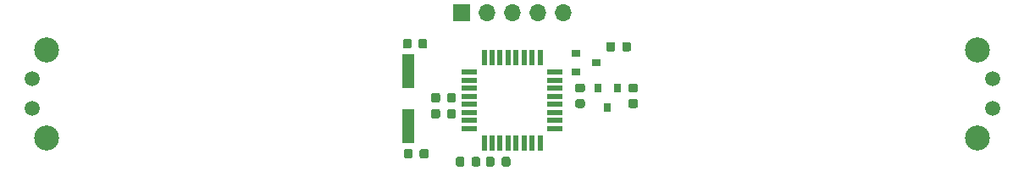
<source format=gbr>
G04 #@! TF.GenerationSoftware,KiCad,Pcbnew,(5.1.2)-2*
G04 #@! TF.CreationDate,2020-02-18T23:36:01-05:00*
G04 #@! TF.ProjectId,_autosave-AddressableLED,5f617574-6f73-4617-9665-2d4164647265,rev?*
G04 #@! TF.SameCoordinates,Original*
G04 #@! TF.FileFunction,Soldermask,Bot*
G04 #@! TF.FilePolarity,Negative*
%FSLAX46Y46*%
G04 Gerber Fmt 4.6, Leading zero omitted, Abs format (unit mm)*
G04 Created by KiCad (PCBNEW (5.1.2)-2) date 2020-02-18 23:36:01*
%MOMM*%
%LPD*%
G04 APERTURE LIST*
%ADD10C,1.500000*%
%ADD11C,2.500000*%
%ADD12C,0.100000*%
%ADD13C,0.875000*%
%ADD14R,0.900000X0.800000*%
%ADD15O,1.700000X1.700000*%
%ADD16R,1.700000X1.700000*%
%ADD17R,1.200000X3.500000*%
%ADD18R,0.550000X1.600000*%
%ADD19R,1.600000X0.550000*%
%ADD20R,0.800000X0.900000*%
G04 APERTURE END LIST*
D10*
X188000000Y-108500000D03*
D11*
X186500000Y-105600000D03*
D10*
X188000000Y-111500000D03*
D11*
X186500000Y-114400000D03*
D10*
X92000000Y-111500000D03*
D11*
X93500000Y-114400000D03*
D10*
X92000000Y-108500000D03*
D11*
X93500000Y-105600000D03*
D12*
G36*
X147077691Y-110551053D02*
G01*
X147098926Y-110554203D01*
X147119750Y-110559419D01*
X147139962Y-110566651D01*
X147159368Y-110575830D01*
X147177781Y-110586866D01*
X147195024Y-110599654D01*
X147210930Y-110614070D01*
X147225346Y-110629976D01*
X147238134Y-110647219D01*
X147249170Y-110665632D01*
X147258349Y-110685038D01*
X147265581Y-110705250D01*
X147270797Y-110726074D01*
X147273947Y-110747309D01*
X147275000Y-110768750D01*
X147275000Y-111206250D01*
X147273947Y-111227691D01*
X147270797Y-111248926D01*
X147265581Y-111269750D01*
X147258349Y-111289962D01*
X147249170Y-111309368D01*
X147238134Y-111327781D01*
X147225346Y-111345024D01*
X147210930Y-111360930D01*
X147195024Y-111375346D01*
X147177781Y-111388134D01*
X147159368Y-111399170D01*
X147139962Y-111408349D01*
X147119750Y-111415581D01*
X147098926Y-111420797D01*
X147077691Y-111423947D01*
X147056250Y-111425000D01*
X146543750Y-111425000D01*
X146522309Y-111423947D01*
X146501074Y-111420797D01*
X146480250Y-111415581D01*
X146460038Y-111408349D01*
X146440632Y-111399170D01*
X146422219Y-111388134D01*
X146404976Y-111375346D01*
X146389070Y-111360930D01*
X146374654Y-111345024D01*
X146361866Y-111327781D01*
X146350830Y-111309368D01*
X146341651Y-111289962D01*
X146334419Y-111269750D01*
X146329203Y-111248926D01*
X146326053Y-111227691D01*
X146325000Y-111206250D01*
X146325000Y-110768750D01*
X146326053Y-110747309D01*
X146329203Y-110726074D01*
X146334419Y-110705250D01*
X146341651Y-110685038D01*
X146350830Y-110665632D01*
X146361866Y-110647219D01*
X146374654Y-110629976D01*
X146389070Y-110614070D01*
X146404976Y-110599654D01*
X146422219Y-110586866D01*
X146440632Y-110575830D01*
X146460038Y-110566651D01*
X146480250Y-110559419D01*
X146501074Y-110554203D01*
X146522309Y-110551053D01*
X146543750Y-110550000D01*
X147056250Y-110550000D01*
X147077691Y-110551053D01*
X147077691Y-110551053D01*
G37*
D13*
X146800000Y-110987500D03*
D12*
G36*
X147077691Y-108976053D02*
G01*
X147098926Y-108979203D01*
X147119750Y-108984419D01*
X147139962Y-108991651D01*
X147159368Y-109000830D01*
X147177781Y-109011866D01*
X147195024Y-109024654D01*
X147210930Y-109039070D01*
X147225346Y-109054976D01*
X147238134Y-109072219D01*
X147249170Y-109090632D01*
X147258349Y-109110038D01*
X147265581Y-109130250D01*
X147270797Y-109151074D01*
X147273947Y-109172309D01*
X147275000Y-109193750D01*
X147275000Y-109631250D01*
X147273947Y-109652691D01*
X147270797Y-109673926D01*
X147265581Y-109694750D01*
X147258349Y-109714962D01*
X147249170Y-109734368D01*
X147238134Y-109752781D01*
X147225346Y-109770024D01*
X147210930Y-109785930D01*
X147195024Y-109800346D01*
X147177781Y-109813134D01*
X147159368Y-109824170D01*
X147139962Y-109833349D01*
X147119750Y-109840581D01*
X147098926Y-109845797D01*
X147077691Y-109848947D01*
X147056250Y-109850000D01*
X146543750Y-109850000D01*
X146522309Y-109848947D01*
X146501074Y-109845797D01*
X146480250Y-109840581D01*
X146460038Y-109833349D01*
X146440632Y-109824170D01*
X146422219Y-109813134D01*
X146404976Y-109800346D01*
X146389070Y-109785930D01*
X146374654Y-109770024D01*
X146361866Y-109752781D01*
X146350830Y-109734368D01*
X146341651Y-109714962D01*
X146334419Y-109694750D01*
X146329203Y-109673926D01*
X146326053Y-109652691D01*
X146325000Y-109631250D01*
X146325000Y-109193750D01*
X146326053Y-109172309D01*
X146329203Y-109151074D01*
X146334419Y-109130250D01*
X146341651Y-109110038D01*
X146350830Y-109090632D01*
X146361866Y-109072219D01*
X146374654Y-109054976D01*
X146389070Y-109039070D01*
X146404976Y-109024654D01*
X146422219Y-109011866D01*
X146440632Y-109000830D01*
X146460038Y-108991651D01*
X146480250Y-108984419D01*
X146501074Y-108979203D01*
X146522309Y-108976053D01*
X146543750Y-108975000D01*
X147056250Y-108975000D01*
X147077691Y-108976053D01*
X147077691Y-108976053D01*
G37*
D13*
X146800000Y-109412500D03*
D14*
X148400000Y-106900000D03*
X146400000Y-105950000D03*
X146400000Y-107850000D03*
D15*
X145110000Y-101900000D03*
X142570000Y-101900000D03*
X140030000Y-101900000D03*
X137490000Y-101900000D03*
D16*
X134950000Y-101900000D03*
D12*
G36*
X139627691Y-116326053D02*
G01*
X139648926Y-116329203D01*
X139669750Y-116334419D01*
X139689962Y-116341651D01*
X139709368Y-116350830D01*
X139727781Y-116361866D01*
X139745024Y-116374654D01*
X139760930Y-116389070D01*
X139775346Y-116404976D01*
X139788134Y-116422219D01*
X139799170Y-116440632D01*
X139808349Y-116460038D01*
X139815581Y-116480250D01*
X139820797Y-116501074D01*
X139823947Y-116522309D01*
X139825000Y-116543750D01*
X139825000Y-117056250D01*
X139823947Y-117077691D01*
X139820797Y-117098926D01*
X139815581Y-117119750D01*
X139808349Y-117139962D01*
X139799170Y-117159368D01*
X139788134Y-117177781D01*
X139775346Y-117195024D01*
X139760930Y-117210930D01*
X139745024Y-117225346D01*
X139727781Y-117238134D01*
X139709368Y-117249170D01*
X139689962Y-117258349D01*
X139669750Y-117265581D01*
X139648926Y-117270797D01*
X139627691Y-117273947D01*
X139606250Y-117275000D01*
X139168750Y-117275000D01*
X139147309Y-117273947D01*
X139126074Y-117270797D01*
X139105250Y-117265581D01*
X139085038Y-117258349D01*
X139065632Y-117249170D01*
X139047219Y-117238134D01*
X139029976Y-117225346D01*
X139014070Y-117210930D01*
X138999654Y-117195024D01*
X138986866Y-117177781D01*
X138975830Y-117159368D01*
X138966651Y-117139962D01*
X138959419Y-117119750D01*
X138954203Y-117098926D01*
X138951053Y-117077691D01*
X138950000Y-117056250D01*
X138950000Y-116543750D01*
X138951053Y-116522309D01*
X138954203Y-116501074D01*
X138959419Y-116480250D01*
X138966651Y-116460038D01*
X138975830Y-116440632D01*
X138986866Y-116422219D01*
X138999654Y-116404976D01*
X139014070Y-116389070D01*
X139029976Y-116374654D01*
X139047219Y-116361866D01*
X139065632Y-116350830D01*
X139085038Y-116341651D01*
X139105250Y-116334419D01*
X139126074Y-116329203D01*
X139147309Y-116326053D01*
X139168750Y-116325000D01*
X139606250Y-116325000D01*
X139627691Y-116326053D01*
X139627691Y-116326053D01*
G37*
D13*
X139387500Y-116800000D03*
D12*
G36*
X138052691Y-116326053D02*
G01*
X138073926Y-116329203D01*
X138094750Y-116334419D01*
X138114962Y-116341651D01*
X138134368Y-116350830D01*
X138152781Y-116361866D01*
X138170024Y-116374654D01*
X138185930Y-116389070D01*
X138200346Y-116404976D01*
X138213134Y-116422219D01*
X138224170Y-116440632D01*
X138233349Y-116460038D01*
X138240581Y-116480250D01*
X138245797Y-116501074D01*
X138248947Y-116522309D01*
X138250000Y-116543750D01*
X138250000Y-117056250D01*
X138248947Y-117077691D01*
X138245797Y-117098926D01*
X138240581Y-117119750D01*
X138233349Y-117139962D01*
X138224170Y-117159368D01*
X138213134Y-117177781D01*
X138200346Y-117195024D01*
X138185930Y-117210930D01*
X138170024Y-117225346D01*
X138152781Y-117238134D01*
X138134368Y-117249170D01*
X138114962Y-117258349D01*
X138094750Y-117265581D01*
X138073926Y-117270797D01*
X138052691Y-117273947D01*
X138031250Y-117275000D01*
X137593750Y-117275000D01*
X137572309Y-117273947D01*
X137551074Y-117270797D01*
X137530250Y-117265581D01*
X137510038Y-117258349D01*
X137490632Y-117249170D01*
X137472219Y-117238134D01*
X137454976Y-117225346D01*
X137439070Y-117210930D01*
X137424654Y-117195024D01*
X137411866Y-117177781D01*
X137400830Y-117159368D01*
X137391651Y-117139962D01*
X137384419Y-117119750D01*
X137379203Y-117098926D01*
X137376053Y-117077691D01*
X137375000Y-117056250D01*
X137375000Y-116543750D01*
X137376053Y-116522309D01*
X137379203Y-116501074D01*
X137384419Y-116480250D01*
X137391651Y-116460038D01*
X137400830Y-116440632D01*
X137411866Y-116422219D01*
X137424654Y-116404976D01*
X137439070Y-116389070D01*
X137454976Y-116374654D01*
X137472219Y-116361866D01*
X137490632Y-116350830D01*
X137510038Y-116341651D01*
X137530250Y-116334419D01*
X137551074Y-116329203D01*
X137572309Y-116326053D01*
X137593750Y-116325000D01*
X138031250Y-116325000D01*
X138052691Y-116326053D01*
X138052691Y-116326053D01*
G37*
D13*
X137812500Y-116800000D03*
D12*
G36*
X129752691Y-104526053D02*
G01*
X129773926Y-104529203D01*
X129794750Y-104534419D01*
X129814962Y-104541651D01*
X129834368Y-104550830D01*
X129852781Y-104561866D01*
X129870024Y-104574654D01*
X129885930Y-104589070D01*
X129900346Y-104604976D01*
X129913134Y-104622219D01*
X129924170Y-104640632D01*
X129933349Y-104660038D01*
X129940581Y-104680250D01*
X129945797Y-104701074D01*
X129948947Y-104722309D01*
X129950000Y-104743750D01*
X129950000Y-105256250D01*
X129948947Y-105277691D01*
X129945797Y-105298926D01*
X129940581Y-105319750D01*
X129933349Y-105339962D01*
X129924170Y-105359368D01*
X129913134Y-105377781D01*
X129900346Y-105395024D01*
X129885930Y-105410930D01*
X129870024Y-105425346D01*
X129852781Y-105438134D01*
X129834368Y-105449170D01*
X129814962Y-105458349D01*
X129794750Y-105465581D01*
X129773926Y-105470797D01*
X129752691Y-105473947D01*
X129731250Y-105475000D01*
X129293750Y-105475000D01*
X129272309Y-105473947D01*
X129251074Y-105470797D01*
X129230250Y-105465581D01*
X129210038Y-105458349D01*
X129190632Y-105449170D01*
X129172219Y-105438134D01*
X129154976Y-105425346D01*
X129139070Y-105410930D01*
X129124654Y-105395024D01*
X129111866Y-105377781D01*
X129100830Y-105359368D01*
X129091651Y-105339962D01*
X129084419Y-105319750D01*
X129079203Y-105298926D01*
X129076053Y-105277691D01*
X129075000Y-105256250D01*
X129075000Y-104743750D01*
X129076053Y-104722309D01*
X129079203Y-104701074D01*
X129084419Y-104680250D01*
X129091651Y-104660038D01*
X129100830Y-104640632D01*
X129111866Y-104622219D01*
X129124654Y-104604976D01*
X129139070Y-104589070D01*
X129154976Y-104574654D01*
X129172219Y-104561866D01*
X129190632Y-104550830D01*
X129210038Y-104541651D01*
X129230250Y-104534419D01*
X129251074Y-104529203D01*
X129272309Y-104526053D01*
X129293750Y-104525000D01*
X129731250Y-104525000D01*
X129752691Y-104526053D01*
X129752691Y-104526053D01*
G37*
D13*
X129512500Y-105000000D03*
D12*
G36*
X131327691Y-104526053D02*
G01*
X131348926Y-104529203D01*
X131369750Y-104534419D01*
X131389962Y-104541651D01*
X131409368Y-104550830D01*
X131427781Y-104561866D01*
X131445024Y-104574654D01*
X131460930Y-104589070D01*
X131475346Y-104604976D01*
X131488134Y-104622219D01*
X131499170Y-104640632D01*
X131508349Y-104660038D01*
X131515581Y-104680250D01*
X131520797Y-104701074D01*
X131523947Y-104722309D01*
X131525000Y-104743750D01*
X131525000Y-105256250D01*
X131523947Y-105277691D01*
X131520797Y-105298926D01*
X131515581Y-105319750D01*
X131508349Y-105339962D01*
X131499170Y-105359368D01*
X131488134Y-105377781D01*
X131475346Y-105395024D01*
X131460930Y-105410930D01*
X131445024Y-105425346D01*
X131427781Y-105438134D01*
X131409368Y-105449170D01*
X131389962Y-105458349D01*
X131369750Y-105465581D01*
X131348926Y-105470797D01*
X131327691Y-105473947D01*
X131306250Y-105475000D01*
X130868750Y-105475000D01*
X130847309Y-105473947D01*
X130826074Y-105470797D01*
X130805250Y-105465581D01*
X130785038Y-105458349D01*
X130765632Y-105449170D01*
X130747219Y-105438134D01*
X130729976Y-105425346D01*
X130714070Y-105410930D01*
X130699654Y-105395024D01*
X130686866Y-105377781D01*
X130675830Y-105359368D01*
X130666651Y-105339962D01*
X130659419Y-105319750D01*
X130654203Y-105298926D01*
X130651053Y-105277691D01*
X130650000Y-105256250D01*
X130650000Y-104743750D01*
X130651053Y-104722309D01*
X130654203Y-104701074D01*
X130659419Y-104680250D01*
X130666651Y-104660038D01*
X130675830Y-104640632D01*
X130686866Y-104622219D01*
X130699654Y-104604976D01*
X130714070Y-104589070D01*
X130729976Y-104574654D01*
X130747219Y-104561866D01*
X130765632Y-104550830D01*
X130785038Y-104541651D01*
X130805250Y-104534419D01*
X130826074Y-104529203D01*
X130847309Y-104526053D01*
X130868750Y-104525000D01*
X131306250Y-104525000D01*
X131327691Y-104526053D01*
X131327691Y-104526053D01*
G37*
D13*
X131087500Y-105000000D03*
D12*
G36*
X129865191Y-115526053D02*
G01*
X129886426Y-115529203D01*
X129907250Y-115534419D01*
X129927462Y-115541651D01*
X129946868Y-115550830D01*
X129965281Y-115561866D01*
X129982524Y-115574654D01*
X129998430Y-115589070D01*
X130012846Y-115604976D01*
X130025634Y-115622219D01*
X130036670Y-115640632D01*
X130045849Y-115660038D01*
X130053081Y-115680250D01*
X130058297Y-115701074D01*
X130061447Y-115722309D01*
X130062500Y-115743750D01*
X130062500Y-116256250D01*
X130061447Y-116277691D01*
X130058297Y-116298926D01*
X130053081Y-116319750D01*
X130045849Y-116339962D01*
X130036670Y-116359368D01*
X130025634Y-116377781D01*
X130012846Y-116395024D01*
X129998430Y-116410930D01*
X129982524Y-116425346D01*
X129965281Y-116438134D01*
X129946868Y-116449170D01*
X129927462Y-116458349D01*
X129907250Y-116465581D01*
X129886426Y-116470797D01*
X129865191Y-116473947D01*
X129843750Y-116475000D01*
X129406250Y-116475000D01*
X129384809Y-116473947D01*
X129363574Y-116470797D01*
X129342750Y-116465581D01*
X129322538Y-116458349D01*
X129303132Y-116449170D01*
X129284719Y-116438134D01*
X129267476Y-116425346D01*
X129251570Y-116410930D01*
X129237154Y-116395024D01*
X129224366Y-116377781D01*
X129213330Y-116359368D01*
X129204151Y-116339962D01*
X129196919Y-116319750D01*
X129191703Y-116298926D01*
X129188553Y-116277691D01*
X129187500Y-116256250D01*
X129187500Y-115743750D01*
X129188553Y-115722309D01*
X129191703Y-115701074D01*
X129196919Y-115680250D01*
X129204151Y-115660038D01*
X129213330Y-115640632D01*
X129224366Y-115622219D01*
X129237154Y-115604976D01*
X129251570Y-115589070D01*
X129267476Y-115574654D01*
X129284719Y-115561866D01*
X129303132Y-115550830D01*
X129322538Y-115541651D01*
X129342750Y-115534419D01*
X129363574Y-115529203D01*
X129384809Y-115526053D01*
X129406250Y-115525000D01*
X129843750Y-115525000D01*
X129865191Y-115526053D01*
X129865191Y-115526053D01*
G37*
D13*
X129625000Y-116000000D03*
D12*
G36*
X131440191Y-115526053D02*
G01*
X131461426Y-115529203D01*
X131482250Y-115534419D01*
X131502462Y-115541651D01*
X131521868Y-115550830D01*
X131540281Y-115561866D01*
X131557524Y-115574654D01*
X131573430Y-115589070D01*
X131587846Y-115604976D01*
X131600634Y-115622219D01*
X131611670Y-115640632D01*
X131620849Y-115660038D01*
X131628081Y-115680250D01*
X131633297Y-115701074D01*
X131636447Y-115722309D01*
X131637500Y-115743750D01*
X131637500Y-116256250D01*
X131636447Y-116277691D01*
X131633297Y-116298926D01*
X131628081Y-116319750D01*
X131620849Y-116339962D01*
X131611670Y-116359368D01*
X131600634Y-116377781D01*
X131587846Y-116395024D01*
X131573430Y-116410930D01*
X131557524Y-116425346D01*
X131540281Y-116438134D01*
X131521868Y-116449170D01*
X131502462Y-116458349D01*
X131482250Y-116465581D01*
X131461426Y-116470797D01*
X131440191Y-116473947D01*
X131418750Y-116475000D01*
X130981250Y-116475000D01*
X130959809Y-116473947D01*
X130938574Y-116470797D01*
X130917750Y-116465581D01*
X130897538Y-116458349D01*
X130878132Y-116449170D01*
X130859719Y-116438134D01*
X130842476Y-116425346D01*
X130826570Y-116410930D01*
X130812154Y-116395024D01*
X130799366Y-116377781D01*
X130788330Y-116359368D01*
X130779151Y-116339962D01*
X130771919Y-116319750D01*
X130766703Y-116298926D01*
X130763553Y-116277691D01*
X130762500Y-116256250D01*
X130762500Y-115743750D01*
X130763553Y-115722309D01*
X130766703Y-115701074D01*
X130771919Y-115680250D01*
X130779151Y-115660038D01*
X130788330Y-115640632D01*
X130799366Y-115622219D01*
X130812154Y-115604976D01*
X130826570Y-115589070D01*
X130842476Y-115574654D01*
X130859719Y-115561866D01*
X130878132Y-115550830D01*
X130897538Y-115541651D01*
X130917750Y-115534419D01*
X130938574Y-115529203D01*
X130959809Y-115526053D01*
X130981250Y-115525000D01*
X131418750Y-115525000D01*
X131440191Y-115526053D01*
X131440191Y-115526053D01*
G37*
D13*
X131200000Y-116000000D03*
D12*
G36*
X132602691Y-109926053D02*
G01*
X132623926Y-109929203D01*
X132644750Y-109934419D01*
X132664962Y-109941651D01*
X132684368Y-109950830D01*
X132702781Y-109961866D01*
X132720024Y-109974654D01*
X132735930Y-109989070D01*
X132750346Y-110004976D01*
X132763134Y-110022219D01*
X132774170Y-110040632D01*
X132783349Y-110060038D01*
X132790581Y-110080250D01*
X132795797Y-110101074D01*
X132798947Y-110122309D01*
X132800000Y-110143750D01*
X132800000Y-110656250D01*
X132798947Y-110677691D01*
X132795797Y-110698926D01*
X132790581Y-110719750D01*
X132783349Y-110739962D01*
X132774170Y-110759368D01*
X132763134Y-110777781D01*
X132750346Y-110795024D01*
X132735930Y-110810930D01*
X132720024Y-110825346D01*
X132702781Y-110838134D01*
X132684368Y-110849170D01*
X132664962Y-110858349D01*
X132644750Y-110865581D01*
X132623926Y-110870797D01*
X132602691Y-110873947D01*
X132581250Y-110875000D01*
X132143750Y-110875000D01*
X132122309Y-110873947D01*
X132101074Y-110870797D01*
X132080250Y-110865581D01*
X132060038Y-110858349D01*
X132040632Y-110849170D01*
X132022219Y-110838134D01*
X132004976Y-110825346D01*
X131989070Y-110810930D01*
X131974654Y-110795024D01*
X131961866Y-110777781D01*
X131950830Y-110759368D01*
X131941651Y-110739962D01*
X131934419Y-110719750D01*
X131929203Y-110698926D01*
X131926053Y-110677691D01*
X131925000Y-110656250D01*
X131925000Y-110143750D01*
X131926053Y-110122309D01*
X131929203Y-110101074D01*
X131934419Y-110080250D01*
X131941651Y-110060038D01*
X131950830Y-110040632D01*
X131961866Y-110022219D01*
X131974654Y-110004976D01*
X131989070Y-109989070D01*
X132004976Y-109974654D01*
X132022219Y-109961866D01*
X132040632Y-109950830D01*
X132060038Y-109941651D01*
X132080250Y-109934419D01*
X132101074Y-109929203D01*
X132122309Y-109926053D01*
X132143750Y-109925000D01*
X132581250Y-109925000D01*
X132602691Y-109926053D01*
X132602691Y-109926053D01*
G37*
D13*
X132362500Y-110400000D03*
D12*
G36*
X134177691Y-109926053D02*
G01*
X134198926Y-109929203D01*
X134219750Y-109934419D01*
X134239962Y-109941651D01*
X134259368Y-109950830D01*
X134277781Y-109961866D01*
X134295024Y-109974654D01*
X134310930Y-109989070D01*
X134325346Y-110004976D01*
X134338134Y-110022219D01*
X134349170Y-110040632D01*
X134358349Y-110060038D01*
X134365581Y-110080250D01*
X134370797Y-110101074D01*
X134373947Y-110122309D01*
X134375000Y-110143750D01*
X134375000Y-110656250D01*
X134373947Y-110677691D01*
X134370797Y-110698926D01*
X134365581Y-110719750D01*
X134358349Y-110739962D01*
X134349170Y-110759368D01*
X134338134Y-110777781D01*
X134325346Y-110795024D01*
X134310930Y-110810930D01*
X134295024Y-110825346D01*
X134277781Y-110838134D01*
X134259368Y-110849170D01*
X134239962Y-110858349D01*
X134219750Y-110865581D01*
X134198926Y-110870797D01*
X134177691Y-110873947D01*
X134156250Y-110875000D01*
X133718750Y-110875000D01*
X133697309Y-110873947D01*
X133676074Y-110870797D01*
X133655250Y-110865581D01*
X133635038Y-110858349D01*
X133615632Y-110849170D01*
X133597219Y-110838134D01*
X133579976Y-110825346D01*
X133564070Y-110810930D01*
X133549654Y-110795024D01*
X133536866Y-110777781D01*
X133525830Y-110759368D01*
X133516651Y-110739962D01*
X133509419Y-110719750D01*
X133504203Y-110698926D01*
X133501053Y-110677691D01*
X133500000Y-110656250D01*
X133500000Y-110143750D01*
X133501053Y-110122309D01*
X133504203Y-110101074D01*
X133509419Y-110080250D01*
X133516651Y-110060038D01*
X133525830Y-110040632D01*
X133536866Y-110022219D01*
X133549654Y-110004976D01*
X133564070Y-109989070D01*
X133579976Y-109974654D01*
X133597219Y-109961866D01*
X133615632Y-109950830D01*
X133635038Y-109941651D01*
X133655250Y-109934419D01*
X133676074Y-109929203D01*
X133697309Y-109926053D01*
X133718750Y-109925000D01*
X134156250Y-109925000D01*
X134177691Y-109926053D01*
X134177691Y-109926053D01*
G37*
D13*
X133937500Y-110400000D03*
D12*
G36*
X132602691Y-111526053D02*
G01*
X132623926Y-111529203D01*
X132644750Y-111534419D01*
X132664962Y-111541651D01*
X132684368Y-111550830D01*
X132702781Y-111561866D01*
X132720024Y-111574654D01*
X132735930Y-111589070D01*
X132750346Y-111604976D01*
X132763134Y-111622219D01*
X132774170Y-111640632D01*
X132783349Y-111660038D01*
X132790581Y-111680250D01*
X132795797Y-111701074D01*
X132798947Y-111722309D01*
X132800000Y-111743750D01*
X132800000Y-112256250D01*
X132798947Y-112277691D01*
X132795797Y-112298926D01*
X132790581Y-112319750D01*
X132783349Y-112339962D01*
X132774170Y-112359368D01*
X132763134Y-112377781D01*
X132750346Y-112395024D01*
X132735930Y-112410930D01*
X132720024Y-112425346D01*
X132702781Y-112438134D01*
X132684368Y-112449170D01*
X132664962Y-112458349D01*
X132644750Y-112465581D01*
X132623926Y-112470797D01*
X132602691Y-112473947D01*
X132581250Y-112475000D01*
X132143750Y-112475000D01*
X132122309Y-112473947D01*
X132101074Y-112470797D01*
X132080250Y-112465581D01*
X132060038Y-112458349D01*
X132040632Y-112449170D01*
X132022219Y-112438134D01*
X132004976Y-112425346D01*
X131989070Y-112410930D01*
X131974654Y-112395024D01*
X131961866Y-112377781D01*
X131950830Y-112359368D01*
X131941651Y-112339962D01*
X131934419Y-112319750D01*
X131929203Y-112298926D01*
X131926053Y-112277691D01*
X131925000Y-112256250D01*
X131925000Y-111743750D01*
X131926053Y-111722309D01*
X131929203Y-111701074D01*
X131934419Y-111680250D01*
X131941651Y-111660038D01*
X131950830Y-111640632D01*
X131961866Y-111622219D01*
X131974654Y-111604976D01*
X131989070Y-111589070D01*
X132004976Y-111574654D01*
X132022219Y-111561866D01*
X132040632Y-111550830D01*
X132060038Y-111541651D01*
X132080250Y-111534419D01*
X132101074Y-111529203D01*
X132122309Y-111526053D01*
X132143750Y-111525000D01*
X132581250Y-111525000D01*
X132602691Y-111526053D01*
X132602691Y-111526053D01*
G37*
D13*
X132362500Y-112000000D03*
D12*
G36*
X134177691Y-111526053D02*
G01*
X134198926Y-111529203D01*
X134219750Y-111534419D01*
X134239962Y-111541651D01*
X134259368Y-111550830D01*
X134277781Y-111561866D01*
X134295024Y-111574654D01*
X134310930Y-111589070D01*
X134325346Y-111604976D01*
X134338134Y-111622219D01*
X134349170Y-111640632D01*
X134358349Y-111660038D01*
X134365581Y-111680250D01*
X134370797Y-111701074D01*
X134373947Y-111722309D01*
X134375000Y-111743750D01*
X134375000Y-112256250D01*
X134373947Y-112277691D01*
X134370797Y-112298926D01*
X134365581Y-112319750D01*
X134358349Y-112339962D01*
X134349170Y-112359368D01*
X134338134Y-112377781D01*
X134325346Y-112395024D01*
X134310930Y-112410930D01*
X134295024Y-112425346D01*
X134277781Y-112438134D01*
X134259368Y-112449170D01*
X134239962Y-112458349D01*
X134219750Y-112465581D01*
X134198926Y-112470797D01*
X134177691Y-112473947D01*
X134156250Y-112475000D01*
X133718750Y-112475000D01*
X133697309Y-112473947D01*
X133676074Y-112470797D01*
X133655250Y-112465581D01*
X133635038Y-112458349D01*
X133615632Y-112449170D01*
X133597219Y-112438134D01*
X133579976Y-112425346D01*
X133564070Y-112410930D01*
X133549654Y-112395024D01*
X133536866Y-112377781D01*
X133525830Y-112359368D01*
X133516651Y-112339962D01*
X133509419Y-112319750D01*
X133504203Y-112298926D01*
X133501053Y-112277691D01*
X133500000Y-112256250D01*
X133500000Y-111743750D01*
X133501053Y-111722309D01*
X133504203Y-111701074D01*
X133509419Y-111680250D01*
X133516651Y-111660038D01*
X133525830Y-111640632D01*
X133536866Y-111622219D01*
X133549654Y-111604976D01*
X133564070Y-111589070D01*
X133579976Y-111574654D01*
X133597219Y-111561866D01*
X133615632Y-111550830D01*
X133635038Y-111541651D01*
X133655250Y-111534419D01*
X133676074Y-111529203D01*
X133697309Y-111526053D01*
X133718750Y-111525000D01*
X134156250Y-111525000D01*
X134177691Y-111526053D01*
X134177691Y-111526053D01*
G37*
D13*
X133937500Y-112000000D03*
D12*
G36*
X136627691Y-116326053D02*
G01*
X136648926Y-116329203D01*
X136669750Y-116334419D01*
X136689962Y-116341651D01*
X136709368Y-116350830D01*
X136727781Y-116361866D01*
X136745024Y-116374654D01*
X136760930Y-116389070D01*
X136775346Y-116404976D01*
X136788134Y-116422219D01*
X136799170Y-116440632D01*
X136808349Y-116460038D01*
X136815581Y-116480250D01*
X136820797Y-116501074D01*
X136823947Y-116522309D01*
X136825000Y-116543750D01*
X136825000Y-117056250D01*
X136823947Y-117077691D01*
X136820797Y-117098926D01*
X136815581Y-117119750D01*
X136808349Y-117139962D01*
X136799170Y-117159368D01*
X136788134Y-117177781D01*
X136775346Y-117195024D01*
X136760930Y-117210930D01*
X136745024Y-117225346D01*
X136727781Y-117238134D01*
X136709368Y-117249170D01*
X136689962Y-117258349D01*
X136669750Y-117265581D01*
X136648926Y-117270797D01*
X136627691Y-117273947D01*
X136606250Y-117275000D01*
X136168750Y-117275000D01*
X136147309Y-117273947D01*
X136126074Y-117270797D01*
X136105250Y-117265581D01*
X136085038Y-117258349D01*
X136065632Y-117249170D01*
X136047219Y-117238134D01*
X136029976Y-117225346D01*
X136014070Y-117210930D01*
X135999654Y-117195024D01*
X135986866Y-117177781D01*
X135975830Y-117159368D01*
X135966651Y-117139962D01*
X135959419Y-117119750D01*
X135954203Y-117098926D01*
X135951053Y-117077691D01*
X135950000Y-117056250D01*
X135950000Y-116543750D01*
X135951053Y-116522309D01*
X135954203Y-116501074D01*
X135959419Y-116480250D01*
X135966651Y-116460038D01*
X135975830Y-116440632D01*
X135986866Y-116422219D01*
X135999654Y-116404976D01*
X136014070Y-116389070D01*
X136029976Y-116374654D01*
X136047219Y-116361866D01*
X136065632Y-116350830D01*
X136085038Y-116341651D01*
X136105250Y-116334419D01*
X136126074Y-116329203D01*
X136147309Y-116326053D01*
X136168750Y-116325000D01*
X136606250Y-116325000D01*
X136627691Y-116326053D01*
X136627691Y-116326053D01*
G37*
D13*
X136387500Y-116800000D03*
D12*
G36*
X135052691Y-116326053D02*
G01*
X135073926Y-116329203D01*
X135094750Y-116334419D01*
X135114962Y-116341651D01*
X135134368Y-116350830D01*
X135152781Y-116361866D01*
X135170024Y-116374654D01*
X135185930Y-116389070D01*
X135200346Y-116404976D01*
X135213134Y-116422219D01*
X135224170Y-116440632D01*
X135233349Y-116460038D01*
X135240581Y-116480250D01*
X135245797Y-116501074D01*
X135248947Y-116522309D01*
X135250000Y-116543750D01*
X135250000Y-117056250D01*
X135248947Y-117077691D01*
X135245797Y-117098926D01*
X135240581Y-117119750D01*
X135233349Y-117139962D01*
X135224170Y-117159368D01*
X135213134Y-117177781D01*
X135200346Y-117195024D01*
X135185930Y-117210930D01*
X135170024Y-117225346D01*
X135152781Y-117238134D01*
X135134368Y-117249170D01*
X135114962Y-117258349D01*
X135094750Y-117265581D01*
X135073926Y-117270797D01*
X135052691Y-117273947D01*
X135031250Y-117275000D01*
X134593750Y-117275000D01*
X134572309Y-117273947D01*
X134551074Y-117270797D01*
X134530250Y-117265581D01*
X134510038Y-117258349D01*
X134490632Y-117249170D01*
X134472219Y-117238134D01*
X134454976Y-117225346D01*
X134439070Y-117210930D01*
X134424654Y-117195024D01*
X134411866Y-117177781D01*
X134400830Y-117159368D01*
X134391651Y-117139962D01*
X134384419Y-117119750D01*
X134379203Y-117098926D01*
X134376053Y-117077691D01*
X134375000Y-117056250D01*
X134375000Y-116543750D01*
X134376053Y-116522309D01*
X134379203Y-116501074D01*
X134384419Y-116480250D01*
X134391651Y-116460038D01*
X134400830Y-116440632D01*
X134411866Y-116422219D01*
X134424654Y-116404976D01*
X134439070Y-116389070D01*
X134454976Y-116374654D01*
X134472219Y-116361866D01*
X134490632Y-116350830D01*
X134510038Y-116341651D01*
X134530250Y-116334419D01*
X134551074Y-116329203D01*
X134572309Y-116326053D01*
X134593750Y-116325000D01*
X135031250Y-116325000D01*
X135052691Y-116326053D01*
X135052691Y-116326053D01*
G37*
D13*
X134812500Y-116800000D03*
D17*
X129600000Y-107750000D03*
X129600000Y-113250000D03*
D18*
X137200000Y-114918000D03*
X138000000Y-114918000D03*
X138800000Y-114918000D03*
X139600000Y-114918000D03*
X140400000Y-114918000D03*
X141200000Y-114918000D03*
X142000000Y-114918000D03*
X142800000Y-114918000D03*
D19*
X144250000Y-113468000D03*
X144250000Y-112668000D03*
X144250000Y-111868000D03*
X144250000Y-111068000D03*
X144250000Y-110268000D03*
X144250000Y-109468000D03*
X144250000Y-108668000D03*
X144250000Y-107868000D03*
D18*
X142800000Y-106418000D03*
X142000000Y-106418000D03*
X141200000Y-106418000D03*
X140400000Y-106418000D03*
X139600000Y-106418000D03*
X138800000Y-106418000D03*
X138000000Y-106418000D03*
X137200000Y-106418000D03*
D19*
X135750000Y-107868000D03*
X135750000Y-108668000D03*
X135750000Y-109468000D03*
X135750000Y-110268000D03*
X135750000Y-111068000D03*
X135750000Y-111868000D03*
X135750000Y-112668000D03*
X135750000Y-113468000D03*
D20*
X149550000Y-111400000D03*
X150500000Y-109400000D03*
X148600000Y-109400000D03*
D12*
G36*
X151677691Y-104826053D02*
G01*
X151698926Y-104829203D01*
X151719750Y-104834419D01*
X151739962Y-104841651D01*
X151759368Y-104850830D01*
X151777781Y-104861866D01*
X151795024Y-104874654D01*
X151810930Y-104889070D01*
X151825346Y-104904976D01*
X151838134Y-104922219D01*
X151849170Y-104940632D01*
X151858349Y-104960038D01*
X151865581Y-104980250D01*
X151870797Y-105001074D01*
X151873947Y-105022309D01*
X151875000Y-105043750D01*
X151875000Y-105556250D01*
X151873947Y-105577691D01*
X151870797Y-105598926D01*
X151865581Y-105619750D01*
X151858349Y-105639962D01*
X151849170Y-105659368D01*
X151838134Y-105677781D01*
X151825346Y-105695024D01*
X151810930Y-105710930D01*
X151795024Y-105725346D01*
X151777781Y-105738134D01*
X151759368Y-105749170D01*
X151739962Y-105758349D01*
X151719750Y-105765581D01*
X151698926Y-105770797D01*
X151677691Y-105773947D01*
X151656250Y-105775000D01*
X151218750Y-105775000D01*
X151197309Y-105773947D01*
X151176074Y-105770797D01*
X151155250Y-105765581D01*
X151135038Y-105758349D01*
X151115632Y-105749170D01*
X151097219Y-105738134D01*
X151079976Y-105725346D01*
X151064070Y-105710930D01*
X151049654Y-105695024D01*
X151036866Y-105677781D01*
X151025830Y-105659368D01*
X151016651Y-105639962D01*
X151009419Y-105619750D01*
X151004203Y-105598926D01*
X151001053Y-105577691D01*
X151000000Y-105556250D01*
X151000000Y-105043750D01*
X151001053Y-105022309D01*
X151004203Y-105001074D01*
X151009419Y-104980250D01*
X151016651Y-104960038D01*
X151025830Y-104940632D01*
X151036866Y-104922219D01*
X151049654Y-104904976D01*
X151064070Y-104889070D01*
X151079976Y-104874654D01*
X151097219Y-104861866D01*
X151115632Y-104850830D01*
X151135038Y-104841651D01*
X151155250Y-104834419D01*
X151176074Y-104829203D01*
X151197309Y-104826053D01*
X151218750Y-104825000D01*
X151656250Y-104825000D01*
X151677691Y-104826053D01*
X151677691Y-104826053D01*
G37*
D13*
X151437500Y-105300000D03*
D12*
G36*
X150102691Y-104826053D02*
G01*
X150123926Y-104829203D01*
X150144750Y-104834419D01*
X150164962Y-104841651D01*
X150184368Y-104850830D01*
X150202781Y-104861866D01*
X150220024Y-104874654D01*
X150235930Y-104889070D01*
X150250346Y-104904976D01*
X150263134Y-104922219D01*
X150274170Y-104940632D01*
X150283349Y-104960038D01*
X150290581Y-104980250D01*
X150295797Y-105001074D01*
X150298947Y-105022309D01*
X150300000Y-105043750D01*
X150300000Y-105556250D01*
X150298947Y-105577691D01*
X150295797Y-105598926D01*
X150290581Y-105619750D01*
X150283349Y-105639962D01*
X150274170Y-105659368D01*
X150263134Y-105677781D01*
X150250346Y-105695024D01*
X150235930Y-105710930D01*
X150220024Y-105725346D01*
X150202781Y-105738134D01*
X150184368Y-105749170D01*
X150164962Y-105758349D01*
X150144750Y-105765581D01*
X150123926Y-105770797D01*
X150102691Y-105773947D01*
X150081250Y-105775000D01*
X149643750Y-105775000D01*
X149622309Y-105773947D01*
X149601074Y-105770797D01*
X149580250Y-105765581D01*
X149560038Y-105758349D01*
X149540632Y-105749170D01*
X149522219Y-105738134D01*
X149504976Y-105725346D01*
X149489070Y-105710930D01*
X149474654Y-105695024D01*
X149461866Y-105677781D01*
X149450830Y-105659368D01*
X149441651Y-105639962D01*
X149434419Y-105619750D01*
X149429203Y-105598926D01*
X149426053Y-105577691D01*
X149425000Y-105556250D01*
X149425000Y-105043750D01*
X149426053Y-105022309D01*
X149429203Y-105001074D01*
X149434419Y-104980250D01*
X149441651Y-104960038D01*
X149450830Y-104940632D01*
X149461866Y-104922219D01*
X149474654Y-104904976D01*
X149489070Y-104889070D01*
X149504976Y-104874654D01*
X149522219Y-104861866D01*
X149540632Y-104850830D01*
X149560038Y-104841651D01*
X149580250Y-104834419D01*
X149601074Y-104829203D01*
X149622309Y-104826053D01*
X149643750Y-104825000D01*
X150081250Y-104825000D01*
X150102691Y-104826053D01*
X150102691Y-104826053D01*
G37*
D13*
X149862500Y-105300000D03*
D12*
G36*
X152377691Y-110551053D02*
G01*
X152398926Y-110554203D01*
X152419750Y-110559419D01*
X152439962Y-110566651D01*
X152459368Y-110575830D01*
X152477781Y-110586866D01*
X152495024Y-110599654D01*
X152510930Y-110614070D01*
X152525346Y-110629976D01*
X152538134Y-110647219D01*
X152549170Y-110665632D01*
X152558349Y-110685038D01*
X152565581Y-110705250D01*
X152570797Y-110726074D01*
X152573947Y-110747309D01*
X152575000Y-110768750D01*
X152575000Y-111206250D01*
X152573947Y-111227691D01*
X152570797Y-111248926D01*
X152565581Y-111269750D01*
X152558349Y-111289962D01*
X152549170Y-111309368D01*
X152538134Y-111327781D01*
X152525346Y-111345024D01*
X152510930Y-111360930D01*
X152495024Y-111375346D01*
X152477781Y-111388134D01*
X152459368Y-111399170D01*
X152439962Y-111408349D01*
X152419750Y-111415581D01*
X152398926Y-111420797D01*
X152377691Y-111423947D01*
X152356250Y-111425000D01*
X151843750Y-111425000D01*
X151822309Y-111423947D01*
X151801074Y-111420797D01*
X151780250Y-111415581D01*
X151760038Y-111408349D01*
X151740632Y-111399170D01*
X151722219Y-111388134D01*
X151704976Y-111375346D01*
X151689070Y-111360930D01*
X151674654Y-111345024D01*
X151661866Y-111327781D01*
X151650830Y-111309368D01*
X151641651Y-111289962D01*
X151634419Y-111269750D01*
X151629203Y-111248926D01*
X151626053Y-111227691D01*
X151625000Y-111206250D01*
X151625000Y-110768750D01*
X151626053Y-110747309D01*
X151629203Y-110726074D01*
X151634419Y-110705250D01*
X151641651Y-110685038D01*
X151650830Y-110665632D01*
X151661866Y-110647219D01*
X151674654Y-110629976D01*
X151689070Y-110614070D01*
X151704976Y-110599654D01*
X151722219Y-110586866D01*
X151740632Y-110575830D01*
X151760038Y-110566651D01*
X151780250Y-110559419D01*
X151801074Y-110554203D01*
X151822309Y-110551053D01*
X151843750Y-110550000D01*
X152356250Y-110550000D01*
X152377691Y-110551053D01*
X152377691Y-110551053D01*
G37*
D13*
X152100000Y-110987500D03*
D12*
G36*
X152377691Y-108976053D02*
G01*
X152398926Y-108979203D01*
X152419750Y-108984419D01*
X152439962Y-108991651D01*
X152459368Y-109000830D01*
X152477781Y-109011866D01*
X152495024Y-109024654D01*
X152510930Y-109039070D01*
X152525346Y-109054976D01*
X152538134Y-109072219D01*
X152549170Y-109090632D01*
X152558349Y-109110038D01*
X152565581Y-109130250D01*
X152570797Y-109151074D01*
X152573947Y-109172309D01*
X152575000Y-109193750D01*
X152575000Y-109631250D01*
X152573947Y-109652691D01*
X152570797Y-109673926D01*
X152565581Y-109694750D01*
X152558349Y-109714962D01*
X152549170Y-109734368D01*
X152538134Y-109752781D01*
X152525346Y-109770024D01*
X152510930Y-109785930D01*
X152495024Y-109800346D01*
X152477781Y-109813134D01*
X152459368Y-109824170D01*
X152439962Y-109833349D01*
X152419750Y-109840581D01*
X152398926Y-109845797D01*
X152377691Y-109848947D01*
X152356250Y-109850000D01*
X151843750Y-109850000D01*
X151822309Y-109848947D01*
X151801074Y-109845797D01*
X151780250Y-109840581D01*
X151760038Y-109833349D01*
X151740632Y-109824170D01*
X151722219Y-109813134D01*
X151704976Y-109800346D01*
X151689070Y-109785930D01*
X151674654Y-109770024D01*
X151661866Y-109752781D01*
X151650830Y-109734368D01*
X151641651Y-109714962D01*
X151634419Y-109694750D01*
X151629203Y-109673926D01*
X151626053Y-109652691D01*
X151625000Y-109631250D01*
X151625000Y-109193750D01*
X151626053Y-109172309D01*
X151629203Y-109151074D01*
X151634419Y-109130250D01*
X151641651Y-109110038D01*
X151650830Y-109090632D01*
X151661866Y-109072219D01*
X151674654Y-109054976D01*
X151689070Y-109039070D01*
X151704976Y-109024654D01*
X151722219Y-109011866D01*
X151740632Y-109000830D01*
X151760038Y-108991651D01*
X151780250Y-108984419D01*
X151801074Y-108979203D01*
X151822309Y-108976053D01*
X151843750Y-108975000D01*
X152356250Y-108975000D01*
X152377691Y-108976053D01*
X152377691Y-108976053D01*
G37*
D13*
X152100000Y-109412500D03*
M02*

</source>
